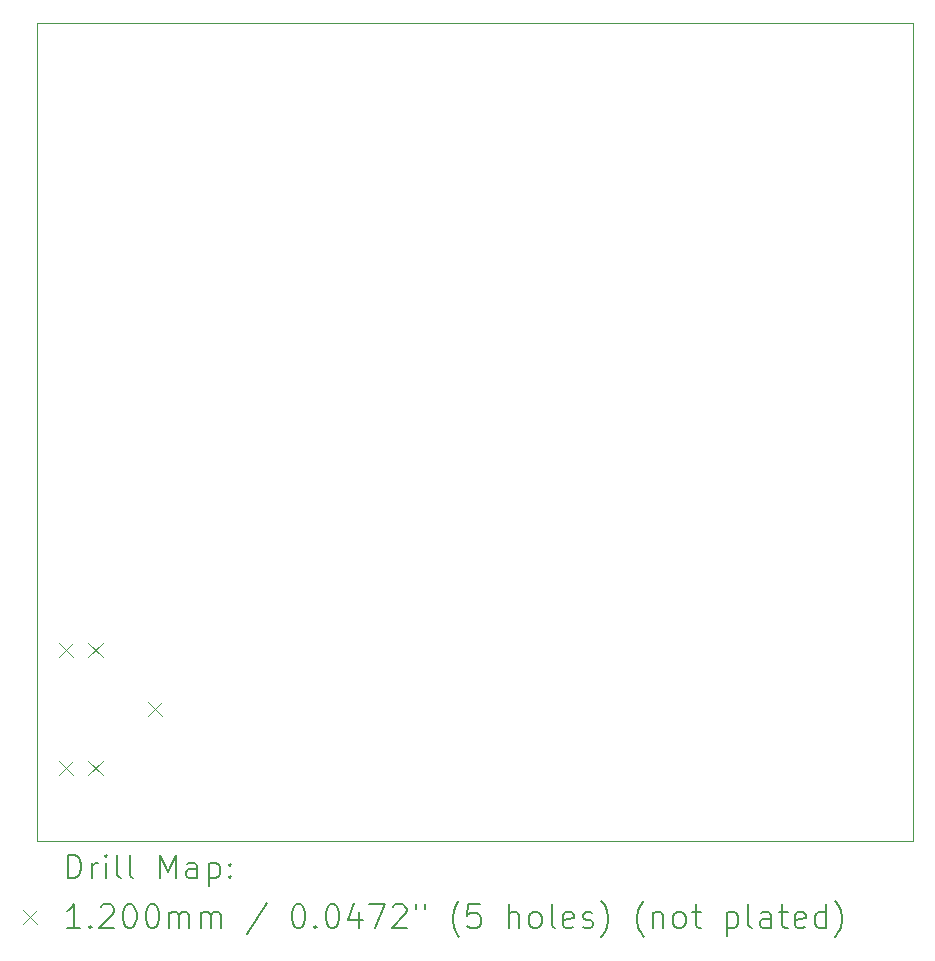
<source format=gbr>
%TF.GenerationSoftware,KiCad,Pcbnew,8.0.1*%
%TF.CreationDate,2024-04-11T22:34:32+01:00*%
%TF.ProjectId,TIMAYSound,54494d41-5953-46f7-956e-642e6b696361,rev?*%
%TF.SameCoordinates,Original*%
%TF.FileFunction,Drillmap*%
%TF.FilePolarity,Positive*%
%FSLAX45Y45*%
G04 Gerber Fmt 4.5, Leading zero omitted, Abs format (unit mm)*
G04 Created by KiCad (PCBNEW 8.0.1) date 2024-04-11 22:34:32*
%MOMM*%
%LPD*%
G01*
G04 APERTURE LIST*
%ADD10C,0.050000*%
%ADD11C,0.200000*%
%ADD12C,0.120000*%
G04 APERTURE END LIST*
D10*
X5017000Y-3775000D02*
X12426500Y-3775000D01*
X12426500Y-10702000D01*
X5017000Y-10702000D01*
X5017000Y-3775000D01*
D11*
D12*
X5199000Y-9020250D02*
X5319000Y-9140250D01*
X5319000Y-9020250D02*
X5199000Y-9140250D01*
X5199000Y-10020250D02*
X5319000Y-10140250D01*
X5319000Y-10020250D02*
X5199000Y-10140250D01*
X5449000Y-9020250D02*
X5569000Y-9140250D01*
X5569000Y-9020250D02*
X5449000Y-9140250D01*
X5449000Y-10020250D02*
X5569000Y-10140250D01*
X5569000Y-10020250D02*
X5449000Y-10140250D01*
X5949000Y-9520250D02*
X6069000Y-9640250D01*
X6069000Y-9520250D02*
X5949000Y-9640250D01*
D11*
X5275277Y-11015984D02*
X5275277Y-10815984D01*
X5275277Y-10815984D02*
X5322896Y-10815984D01*
X5322896Y-10815984D02*
X5351467Y-10825508D01*
X5351467Y-10825508D02*
X5370515Y-10844555D01*
X5370515Y-10844555D02*
X5380039Y-10863603D01*
X5380039Y-10863603D02*
X5389563Y-10901698D01*
X5389563Y-10901698D02*
X5389563Y-10930270D01*
X5389563Y-10930270D02*
X5380039Y-10968365D01*
X5380039Y-10968365D02*
X5370515Y-10987412D01*
X5370515Y-10987412D02*
X5351467Y-11006460D01*
X5351467Y-11006460D02*
X5322896Y-11015984D01*
X5322896Y-11015984D02*
X5275277Y-11015984D01*
X5475277Y-11015984D02*
X5475277Y-10882650D01*
X5475277Y-10920746D02*
X5484801Y-10901698D01*
X5484801Y-10901698D02*
X5494324Y-10892174D01*
X5494324Y-10892174D02*
X5513372Y-10882650D01*
X5513372Y-10882650D02*
X5532420Y-10882650D01*
X5599086Y-11015984D02*
X5599086Y-10882650D01*
X5599086Y-10815984D02*
X5589563Y-10825508D01*
X5589563Y-10825508D02*
X5599086Y-10835031D01*
X5599086Y-10835031D02*
X5608610Y-10825508D01*
X5608610Y-10825508D02*
X5599086Y-10815984D01*
X5599086Y-10815984D02*
X5599086Y-10835031D01*
X5722896Y-11015984D02*
X5703848Y-11006460D01*
X5703848Y-11006460D02*
X5694324Y-10987412D01*
X5694324Y-10987412D02*
X5694324Y-10815984D01*
X5827658Y-11015984D02*
X5808610Y-11006460D01*
X5808610Y-11006460D02*
X5799086Y-10987412D01*
X5799086Y-10987412D02*
X5799086Y-10815984D01*
X6056229Y-11015984D02*
X6056229Y-10815984D01*
X6056229Y-10815984D02*
X6122896Y-10958841D01*
X6122896Y-10958841D02*
X6189562Y-10815984D01*
X6189562Y-10815984D02*
X6189562Y-11015984D01*
X6370515Y-11015984D02*
X6370515Y-10911222D01*
X6370515Y-10911222D02*
X6360991Y-10892174D01*
X6360991Y-10892174D02*
X6341943Y-10882650D01*
X6341943Y-10882650D02*
X6303848Y-10882650D01*
X6303848Y-10882650D02*
X6284801Y-10892174D01*
X6370515Y-11006460D02*
X6351467Y-11015984D01*
X6351467Y-11015984D02*
X6303848Y-11015984D01*
X6303848Y-11015984D02*
X6284801Y-11006460D01*
X6284801Y-11006460D02*
X6275277Y-10987412D01*
X6275277Y-10987412D02*
X6275277Y-10968365D01*
X6275277Y-10968365D02*
X6284801Y-10949317D01*
X6284801Y-10949317D02*
X6303848Y-10939793D01*
X6303848Y-10939793D02*
X6351467Y-10939793D01*
X6351467Y-10939793D02*
X6370515Y-10930270D01*
X6465753Y-10882650D02*
X6465753Y-11082650D01*
X6465753Y-10892174D02*
X6484801Y-10882650D01*
X6484801Y-10882650D02*
X6522896Y-10882650D01*
X6522896Y-10882650D02*
X6541943Y-10892174D01*
X6541943Y-10892174D02*
X6551467Y-10901698D01*
X6551467Y-10901698D02*
X6560991Y-10920746D01*
X6560991Y-10920746D02*
X6560991Y-10977889D01*
X6560991Y-10977889D02*
X6551467Y-10996936D01*
X6551467Y-10996936D02*
X6541943Y-11006460D01*
X6541943Y-11006460D02*
X6522896Y-11015984D01*
X6522896Y-11015984D02*
X6484801Y-11015984D01*
X6484801Y-11015984D02*
X6465753Y-11006460D01*
X6646705Y-10996936D02*
X6656229Y-11006460D01*
X6656229Y-11006460D02*
X6646705Y-11015984D01*
X6646705Y-11015984D02*
X6637182Y-11006460D01*
X6637182Y-11006460D02*
X6646705Y-10996936D01*
X6646705Y-10996936D02*
X6646705Y-11015984D01*
X6646705Y-10892174D02*
X6656229Y-10901698D01*
X6656229Y-10901698D02*
X6646705Y-10911222D01*
X6646705Y-10911222D02*
X6637182Y-10901698D01*
X6637182Y-10901698D02*
X6646705Y-10892174D01*
X6646705Y-10892174D02*
X6646705Y-10911222D01*
D12*
X4894500Y-11284500D02*
X5014500Y-11404500D01*
X5014500Y-11284500D02*
X4894500Y-11404500D01*
D11*
X5380039Y-11435984D02*
X5265753Y-11435984D01*
X5322896Y-11435984D02*
X5322896Y-11235984D01*
X5322896Y-11235984D02*
X5303848Y-11264555D01*
X5303848Y-11264555D02*
X5284801Y-11283603D01*
X5284801Y-11283603D02*
X5265753Y-11293127D01*
X5465753Y-11416936D02*
X5475277Y-11426460D01*
X5475277Y-11426460D02*
X5465753Y-11435984D01*
X5465753Y-11435984D02*
X5456229Y-11426460D01*
X5456229Y-11426460D02*
X5465753Y-11416936D01*
X5465753Y-11416936D02*
X5465753Y-11435984D01*
X5551467Y-11255031D02*
X5560991Y-11245508D01*
X5560991Y-11245508D02*
X5580039Y-11235984D01*
X5580039Y-11235984D02*
X5627658Y-11235984D01*
X5627658Y-11235984D02*
X5646705Y-11245508D01*
X5646705Y-11245508D02*
X5656229Y-11255031D01*
X5656229Y-11255031D02*
X5665753Y-11274079D01*
X5665753Y-11274079D02*
X5665753Y-11293127D01*
X5665753Y-11293127D02*
X5656229Y-11321698D01*
X5656229Y-11321698D02*
X5541944Y-11435984D01*
X5541944Y-11435984D02*
X5665753Y-11435984D01*
X5789562Y-11235984D02*
X5808610Y-11235984D01*
X5808610Y-11235984D02*
X5827658Y-11245508D01*
X5827658Y-11245508D02*
X5837182Y-11255031D01*
X5837182Y-11255031D02*
X5846705Y-11274079D01*
X5846705Y-11274079D02*
X5856229Y-11312174D01*
X5856229Y-11312174D02*
X5856229Y-11359793D01*
X5856229Y-11359793D02*
X5846705Y-11397888D01*
X5846705Y-11397888D02*
X5837182Y-11416936D01*
X5837182Y-11416936D02*
X5827658Y-11426460D01*
X5827658Y-11426460D02*
X5808610Y-11435984D01*
X5808610Y-11435984D02*
X5789562Y-11435984D01*
X5789562Y-11435984D02*
X5770515Y-11426460D01*
X5770515Y-11426460D02*
X5760991Y-11416936D01*
X5760991Y-11416936D02*
X5751467Y-11397888D01*
X5751467Y-11397888D02*
X5741943Y-11359793D01*
X5741943Y-11359793D02*
X5741943Y-11312174D01*
X5741943Y-11312174D02*
X5751467Y-11274079D01*
X5751467Y-11274079D02*
X5760991Y-11255031D01*
X5760991Y-11255031D02*
X5770515Y-11245508D01*
X5770515Y-11245508D02*
X5789562Y-11235984D01*
X5980039Y-11235984D02*
X5999086Y-11235984D01*
X5999086Y-11235984D02*
X6018134Y-11245508D01*
X6018134Y-11245508D02*
X6027658Y-11255031D01*
X6027658Y-11255031D02*
X6037182Y-11274079D01*
X6037182Y-11274079D02*
X6046705Y-11312174D01*
X6046705Y-11312174D02*
X6046705Y-11359793D01*
X6046705Y-11359793D02*
X6037182Y-11397888D01*
X6037182Y-11397888D02*
X6027658Y-11416936D01*
X6027658Y-11416936D02*
X6018134Y-11426460D01*
X6018134Y-11426460D02*
X5999086Y-11435984D01*
X5999086Y-11435984D02*
X5980039Y-11435984D01*
X5980039Y-11435984D02*
X5960991Y-11426460D01*
X5960991Y-11426460D02*
X5951467Y-11416936D01*
X5951467Y-11416936D02*
X5941943Y-11397888D01*
X5941943Y-11397888D02*
X5932420Y-11359793D01*
X5932420Y-11359793D02*
X5932420Y-11312174D01*
X5932420Y-11312174D02*
X5941943Y-11274079D01*
X5941943Y-11274079D02*
X5951467Y-11255031D01*
X5951467Y-11255031D02*
X5960991Y-11245508D01*
X5960991Y-11245508D02*
X5980039Y-11235984D01*
X6132420Y-11435984D02*
X6132420Y-11302650D01*
X6132420Y-11321698D02*
X6141943Y-11312174D01*
X6141943Y-11312174D02*
X6160991Y-11302650D01*
X6160991Y-11302650D02*
X6189563Y-11302650D01*
X6189563Y-11302650D02*
X6208610Y-11312174D01*
X6208610Y-11312174D02*
X6218134Y-11331222D01*
X6218134Y-11331222D02*
X6218134Y-11435984D01*
X6218134Y-11331222D02*
X6227658Y-11312174D01*
X6227658Y-11312174D02*
X6246705Y-11302650D01*
X6246705Y-11302650D02*
X6275277Y-11302650D01*
X6275277Y-11302650D02*
X6294324Y-11312174D01*
X6294324Y-11312174D02*
X6303848Y-11331222D01*
X6303848Y-11331222D02*
X6303848Y-11435984D01*
X6399086Y-11435984D02*
X6399086Y-11302650D01*
X6399086Y-11321698D02*
X6408610Y-11312174D01*
X6408610Y-11312174D02*
X6427658Y-11302650D01*
X6427658Y-11302650D02*
X6456229Y-11302650D01*
X6456229Y-11302650D02*
X6475277Y-11312174D01*
X6475277Y-11312174D02*
X6484801Y-11331222D01*
X6484801Y-11331222D02*
X6484801Y-11435984D01*
X6484801Y-11331222D02*
X6494324Y-11312174D01*
X6494324Y-11312174D02*
X6513372Y-11302650D01*
X6513372Y-11302650D02*
X6541943Y-11302650D01*
X6541943Y-11302650D02*
X6560991Y-11312174D01*
X6560991Y-11312174D02*
X6570515Y-11331222D01*
X6570515Y-11331222D02*
X6570515Y-11435984D01*
X6960991Y-11226460D02*
X6789563Y-11483603D01*
X7218134Y-11235984D02*
X7237182Y-11235984D01*
X7237182Y-11235984D02*
X7256229Y-11245508D01*
X7256229Y-11245508D02*
X7265753Y-11255031D01*
X7265753Y-11255031D02*
X7275277Y-11274079D01*
X7275277Y-11274079D02*
X7284801Y-11312174D01*
X7284801Y-11312174D02*
X7284801Y-11359793D01*
X7284801Y-11359793D02*
X7275277Y-11397888D01*
X7275277Y-11397888D02*
X7265753Y-11416936D01*
X7265753Y-11416936D02*
X7256229Y-11426460D01*
X7256229Y-11426460D02*
X7237182Y-11435984D01*
X7237182Y-11435984D02*
X7218134Y-11435984D01*
X7218134Y-11435984D02*
X7199086Y-11426460D01*
X7199086Y-11426460D02*
X7189563Y-11416936D01*
X7189563Y-11416936D02*
X7180039Y-11397888D01*
X7180039Y-11397888D02*
X7170515Y-11359793D01*
X7170515Y-11359793D02*
X7170515Y-11312174D01*
X7170515Y-11312174D02*
X7180039Y-11274079D01*
X7180039Y-11274079D02*
X7189563Y-11255031D01*
X7189563Y-11255031D02*
X7199086Y-11245508D01*
X7199086Y-11245508D02*
X7218134Y-11235984D01*
X7370515Y-11416936D02*
X7380039Y-11426460D01*
X7380039Y-11426460D02*
X7370515Y-11435984D01*
X7370515Y-11435984D02*
X7360991Y-11426460D01*
X7360991Y-11426460D02*
X7370515Y-11416936D01*
X7370515Y-11416936D02*
X7370515Y-11435984D01*
X7503848Y-11235984D02*
X7522896Y-11235984D01*
X7522896Y-11235984D02*
X7541944Y-11245508D01*
X7541944Y-11245508D02*
X7551467Y-11255031D01*
X7551467Y-11255031D02*
X7560991Y-11274079D01*
X7560991Y-11274079D02*
X7570515Y-11312174D01*
X7570515Y-11312174D02*
X7570515Y-11359793D01*
X7570515Y-11359793D02*
X7560991Y-11397888D01*
X7560991Y-11397888D02*
X7551467Y-11416936D01*
X7551467Y-11416936D02*
X7541944Y-11426460D01*
X7541944Y-11426460D02*
X7522896Y-11435984D01*
X7522896Y-11435984D02*
X7503848Y-11435984D01*
X7503848Y-11435984D02*
X7484801Y-11426460D01*
X7484801Y-11426460D02*
X7475277Y-11416936D01*
X7475277Y-11416936D02*
X7465753Y-11397888D01*
X7465753Y-11397888D02*
X7456229Y-11359793D01*
X7456229Y-11359793D02*
X7456229Y-11312174D01*
X7456229Y-11312174D02*
X7465753Y-11274079D01*
X7465753Y-11274079D02*
X7475277Y-11255031D01*
X7475277Y-11255031D02*
X7484801Y-11245508D01*
X7484801Y-11245508D02*
X7503848Y-11235984D01*
X7741944Y-11302650D02*
X7741944Y-11435984D01*
X7694325Y-11226460D02*
X7646706Y-11369317D01*
X7646706Y-11369317D02*
X7770515Y-11369317D01*
X7827658Y-11235984D02*
X7960991Y-11235984D01*
X7960991Y-11235984D02*
X7875277Y-11435984D01*
X8027658Y-11255031D02*
X8037182Y-11245508D01*
X8037182Y-11245508D02*
X8056229Y-11235984D01*
X8056229Y-11235984D02*
X8103848Y-11235984D01*
X8103848Y-11235984D02*
X8122896Y-11245508D01*
X8122896Y-11245508D02*
X8132420Y-11255031D01*
X8132420Y-11255031D02*
X8141944Y-11274079D01*
X8141944Y-11274079D02*
X8141944Y-11293127D01*
X8141944Y-11293127D02*
X8132420Y-11321698D01*
X8132420Y-11321698D02*
X8018134Y-11435984D01*
X8018134Y-11435984D02*
X8141944Y-11435984D01*
X8218134Y-11235984D02*
X8218134Y-11274079D01*
X8294325Y-11235984D02*
X8294325Y-11274079D01*
X8589563Y-11512174D02*
X8580039Y-11502650D01*
X8580039Y-11502650D02*
X8560991Y-11474079D01*
X8560991Y-11474079D02*
X8551468Y-11455031D01*
X8551468Y-11455031D02*
X8541944Y-11426460D01*
X8541944Y-11426460D02*
X8532420Y-11378841D01*
X8532420Y-11378841D02*
X8532420Y-11340746D01*
X8532420Y-11340746D02*
X8541944Y-11293127D01*
X8541944Y-11293127D02*
X8551468Y-11264555D01*
X8551468Y-11264555D02*
X8560991Y-11245508D01*
X8560991Y-11245508D02*
X8580039Y-11216936D01*
X8580039Y-11216936D02*
X8589563Y-11207412D01*
X8760991Y-11235984D02*
X8665753Y-11235984D01*
X8665753Y-11235984D02*
X8656230Y-11331222D01*
X8656230Y-11331222D02*
X8665753Y-11321698D01*
X8665753Y-11321698D02*
X8684801Y-11312174D01*
X8684801Y-11312174D02*
X8732420Y-11312174D01*
X8732420Y-11312174D02*
X8751468Y-11321698D01*
X8751468Y-11321698D02*
X8760991Y-11331222D01*
X8760991Y-11331222D02*
X8770515Y-11350269D01*
X8770515Y-11350269D02*
X8770515Y-11397888D01*
X8770515Y-11397888D02*
X8760991Y-11416936D01*
X8760991Y-11416936D02*
X8751468Y-11426460D01*
X8751468Y-11426460D02*
X8732420Y-11435984D01*
X8732420Y-11435984D02*
X8684801Y-11435984D01*
X8684801Y-11435984D02*
X8665753Y-11426460D01*
X8665753Y-11426460D02*
X8656230Y-11416936D01*
X9008611Y-11435984D02*
X9008611Y-11235984D01*
X9094325Y-11435984D02*
X9094325Y-11331222D01*
X9094325Y-11331222D02*
X9084801Y-11312174D01*
X9084801Y-11312174D02*
X9065753Y-11302650D01*
X9065753Y-11302650D02*
X9037182Y-11302650D01*
X9037182Y-11302650D02*
X9018134Y-11312174D01*
X9018134Y-11312174D02*
X9008611Y-11321698D01*
X9218134Y-11435984D02*
X9199087Y-11426460D01*
X9199087Y-11426460D02*
X9189563Y-11416936D01*
X9189563Y-11416936D02*
X9180039Y-11397888D01*
X9180039Y-11397888D02*
X9180039Y-11340746D01*
X9180039Y-11340746D02*
X9189563Y-11321698D01*
X9189563Y-11321698D02*
X9199087Y-11312174D01*
X9199087Y-11312174D02*
X9218134Y-11302650D01*
X9218134Y-11302650D02*
X9246706Y-11302650D01*
X9246706Y-11302650D02*
X9265753Y-11312174D01*
X9265753Y-11312174D02*
X9275277Y-11321698D01*
X9275277Y-11321698D02*
X9284801Y-11340746D01*
X9284801Y-11340746D02*
X9284801Y-11397888D01*
X9284801Y-11397888D02*
X9275277Y-11416936D01*
X9275277Y-11416936D02*
X9265753Y-11426460D01*
X9265753Y-11426460D02*
X9246706Y-11435984D01*
X9246706Y-11435984D02*
X9218134Y-11435984D01*
X9399087Y-11435984D02*
X9380039Y-11426460D01*
X9380039Y-11426460D02*
X9370515Y-11407412D01*
X9370515Y-11407412D02*
X9370515Y-11235984D01*
X9551468Y-11426460D02*
X9532420Y-11435984D01*
X9532420Y-11435984D02*
X9494325Y-11435984D01*
X9494325Y-11435984D02*
X9475277Y-11426460D01*
X9475277Y-11426460D02*
X9465753Y-11407412D01*
X9465753Y-11407412D02*
X9465753Y-11331222D01*
X9465753Y-11331222D02*
X9475277Y-11312174D01*
X9475277Y-11312174D02*
X9494325Y-11302650D01*
X9494325Y-11302650D02*
X9532420Y-11302650D01*
X9532420Y-11302650D02*
X9551468Y-11312174D01*
X9551468Y-11312174D02*
X9560992Y-11331222D01*
X9560992Y-11331222D02*
X9560992Y-11350269D01*
X9560992Y-11350269D02*
X9465753Y-11369317D01*
X9637182Y-11426460D02*
X9656230Y-11435984D01*
X9656230Y-11435984D02*
X9694325Y-11435984D01*
X9694325Y-11435984D02*
X9713373Y-11426460D01*
X9713373Y-11426460D02*
X9722896Y-11407412D01*
X9722896Y-11407412D02*
X9722896Y-11397888D01*
X9722896Y-11397888D02*
X9713373Y-11378841D01*
X9713373Y-11378841D02*
X9694325Y-11369317D01*
X9694325Y-11369317D02*
X9665753Y-11369317D01*
X9665753Y-11369317D02*
X9646706Y-11359793D01*
X9646706Y-11359793D02*
X9637182Y-11340746D01*
X9637182Y-11340746D02*
X9637182Y-11331222D01*
X9637182Y-11331222D02*
X9646706Y-11312174D01*
X9646706Y-11312174D02*
X9665753Y-11302650D01*
X9665753Y-11302650D02*
X9694325Y-11302650D01*
X9694325Y-11302650D02*
X9713373Y-11312174D01*
X9789563Y-11512174D02*
X9799087Y-11502650D01*
X9799087Y-11502650D02*
X9818134Y-11474079D01*
X9818134Y-11474079D02*
X9827658Y-11455031D01*
X9827658Y-11455031D02*
X9837182Y-11426460D01*
X9837182Y-11426460D02*
X9846706Y-11378841D01*
X9846706Y-11378841D02*
X9846706Y-11340746D01*
X9846706Y-11340746D02*
X9837182Y-11293127D01*
X9837182Y-11293127D02*
X9827658Y-11264555D01*
X9827658Y-11264555D02*
X9818134Y-11245508D01*
X9818134Y-11245508D02*
X9799087Y-11216936D01*
X9799087Y-11216936D02*
X9789563Y-11207412D01*
X10151468Y-11512174D02*
X10141944Y-11502650D01*
X10141944Y-11502650D02*
X10122896Y-11474079D01*
X10122896Y-11474079D02*
X10113373Y-11455031D01*
X10113373Y-11455031D02*
X10103849Y-11426460D01*
X10103849Y-11426460D02*
X10094325Y-11378841D01*
X10094325Y-11378841D02*
X10094325Y-11340746D01*
X10094325Y-11340746D02*
X10103849Y-11293127D01*
X10103849Y-11293127D02*
X10113373Y-11264555D01*
X10113373Y-11264555D02*
X10122896Y-11245508D01*
X10122896Y-11245508D02*
X10141944Y-11216936D01*
X10141944Y-11216936D02*
X10151468Y-11207412D01*
X10227658Y-11302650D02*
X10227658Y-11435984D01*
X10227658Y-11321698D02*
X10237182Y-11312174D01*
X10237182Y-11312174D02*
X10256230Y-11302650D01*
X10256230Y-11302650D02*
X10284801Y-11302650D01*
X10284801Y-11302650D02*
X10303849Y-11312174D01*
X10303849Y-11312174D02*
X10313373Y-11331222D01*
X10313373Y-11331222D02*
X10313373Y-11435984D01*
X10437182Y-11435984D02*
X10418134Y-11426460D01*
X10418134Y-11426460D02*
X10408611Y-11416936D01*
X10408611Y-11416936D02*
X10399087Y-11397888D01*
X10399087Y-11397888D02*
X10399087Y-11340746D01*
X10399087Y-11340746D02*
X10408611Y-11321698D01*
X10408611Y-11321698D02*
X10418134Y-11312174D01*
X10418134Y-11312174D02*
X10437182Y-11302650D01*
X10437182Y-11302650D02*
X10465754Y-11302650D01*
X10465754Y-11302650D02*
X10484801Y-11312174D01*
X10484801Y-11312174D02*
X10494325Y-11321698D01*
X10494325Y-11321698D02*
X10503849Y-11340746D01*
X10503849Y-11340746D02*
X10503849Y-11397888D01*
X10503849Y-11397888D02*
X10494325Y-11416936D01*
X10494325Y-11416936D02*
X10484801Y-11426460D01*
X10484801Y-11426460D02*
X10465754Y-11435984D01*
X10465754Y-11435984D02*
X10437182Y-11435984D01*
X10560992Y-11302650D02*
X10637182Y-11302650D01*
X10589563Y-11235984D02*
X10589563Y-11407412D01*
X10589563Y-11407412D02*
X10599087Y-11426460D01*
X10599087Y-11426460D02*
X10618134Y-11435984D01*
X10618134Y-11435984D02*
X10637182Y-11435984D01*
X10856230Y-11302650D02*
X10856230Y-11502650D01*
X10856230Y-11312174D02*
X10875277Y-11302650D01*
X10875277Y-11302650D02*
X10913373Y-11302650D01*
X10913373Y-11302650D02*
X10932420Y-11312174D01*
X10932420Y-11312174D02*
X10941944Y-11321698D01*
X10941944Y-11321698D02*
X10951468Y-11340746D01*
X10951468Y-11340746D02*
X10951468Y-11397888D01*
X10951468Y-11397888D02*
X10941944Y-11416936D01*
X10941944Y-11416936D02*
X10932420Y-11426460D01*
X10932420Y-11426460D02*
X10913373Y-11435984D01*
X10913373Y-11435984D02*
X10875277Y-11435984D01*
X10875277Y-11435984D02*
X10856230Y-11426460D01*
X11065754Y-11435984D02*
X11046706Y-11426460D01*
X11046706Y-11426460D02*
X11037182Y-11407412D01*
X11037182Y-11407412D02*
X11037182Y-11235984D01*
X11227658Y-11435984D02*
X11227658Y-11331222D01*
X11227658Y-11331222D02*
X11218134Y-11312174D01*
X11218134Y-11312174D02*
X11199087Y-11302650D01*
X11199087Y-11302650D02*
X11160992Y-11302650D01*
X11160992Y-11302650D02*
X11141944Y-11312174D01*
X11227658Y-11426460D02*
X11208611Y-11435984D01*
X11208611Y-11435984D02*
X11160992Y-11435984D01*
X11160992Y-11435984D02*
X11141944Y-11426460D01*
X11141944Y-11426460D02*
X11132420Y-11407412D01*
X11132420Y-11407412D02*
X11132420Y-11388365D01*
X11132420Y-11388365D02*
X11141944Y-11369317D01*
X11141944Y-11369317D02*
X11160992Y-11359793D01*
X11160992Y-11359793D02*
X11208611Y-11359793D01*
X11208611Y-11359793D02*
X11227658Y-11350269D01*
X11294325Y-11302650D02*
X11370515Y-11302650D01*
X11322896Y-11235984D02*
X11322896Y-11407412D01*
X11322896Y-11407412D02*
X11332420Y-11426460D01*
X11332420Y-11426460D02*
X11351468Y-11435984D01*
X11351468Y-11435984D02*
X11370515Y-11435984D01*
X11513373Y-11426460D02*
X11494325Y-11435984D01*
X11494325Y-11435984D02*
X11456230Y-11435984D01*
X11456230Y-11435984D02*
X11437182Y-11426460D01*
X11437182Y-11426460D02*
X11427658Y-11407412D01*
X11427658Y-11407412D02*
X11427658Y-11331222D01*
X11427658Y-11331222D02*
X11437182Y-11312174D01*
X11437182Y-11312174D02*
X11456230Y-11302650D01*
X11456230Y-11302650D02*
X11494325Y-11302650D01*
X11494325Y-11302650D02*
X11513373Y-11312174D01*
X11513373Y-11312174D02*
X11522896Y-11331222D01*
X11522896Y-11331222D02*
X11522896Y-11350269D01*
X11522896Y-11350269D02*
X11427658Y-11369317D01*
X11694325Y-11435984D02*
X11694325Y-11235984D01*
X11694325Y-11426460D02*
X11675277Y-11435984D01*
X11675277Y-11435984D02*
X11637182Y-11435984D01*
X11637182Y-11435984D02*
X11618134Y-11426460D01*
X11618134Y-11426460D02*
X11608611Y-11416936D01*
X11608611Y-11416936D02*
X11599087Y-11397888D01*
X11599087Y-11397888D02*
X11599087Y-11340746D01*
X11599087Y-11340746D02*
X11608611Y-11321698D01*
X11608611Y-11321698D02*
X11618134Y-11312174D01*
X11618134Y-11312174D02*
X11637182Y-11302650D01*
X11637182Y-11302650D02*
X11675277Y-11302650D01*
X11675277Y-11302650D02*
X11694325Y-11312174D01*
X11770515Y-11512174D02*
X11780039Y-11502650D01*
X11780039Y-11502650D02*
X11799087Y-11474079D01*
X11799087Y-11474079D02*
X11808611Y-11455031D01*
X11808611Y-11455031D02*
X11818134Y-11426460D01*
X11818134Y-11426460D02*
X11827658Y-11378841D01*
X11827658Y-11378841D02*
X11827658Y-11340746D01*
X11827658Y-11340746D02*
X11818134Y-11293127D01*
X11818134Y-11293127D02*
X11808611Y-11264555D01*
X11808611Y-11264555D02*
X11799087Y-11245508D01*
X11799087Y-11245508D02*
X11780039Y-11216936D01*
X11780039Y-11216936D02*
X11770515Y-11207412D01*
M02*

</source>
